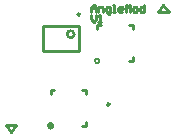
<source format=gto>
G04*
G04 #@! TF.GenerationSoftware,Altium Limited,Altium Designer,22.2.1 (43)*
G04*
G04 Layer_Color=65535*
%FSLAX44Y44*%
%MOMM*%
G71*
G04*
G04 #@! TF.SameCoordinates,55AAE711-CEB4-47FC-94B9-92884521197F*
G04*
G04*
G04 #@! TF.FilePolarity,Positive*
G04*
G01*
G75*
%ADD10C,0.2540*%
%ADD11C,0.2000*%
D10*
X65000Y105000D02*
G03*
X65000Y105000I-3000J0D01*
G01*
X70000Y122000D02*
G03*
X70000Y122000I-1000J0D01*
G01*
X95000Y45500D02*
G03*
X95000Y45500I-1000J0D01*
G01*
X47000Y27500D02*
G03*
X47000Y27500I-2000J0D01*
G01*
X7000Y28000D02*
X11500Y22000D01*
X16000Y28000D01*
X7000D02*
X16000D01*
X140500Y130000D02*
X145000Y124000D01*
X136000D02*
X140500Y130000D01*
X136000Y124000D02*
X145000D01*
X39000Y91000D02*
Y112000D01*
Y91000D02*
X69000D01*
X39000Y112000D02*
X69000D01*
Y91000D02*
Y112000D01*
X75000Y54500D02*
Y57500D01*
X72000D02*
X75000D01*
X72000Y27500D02*
X75000D01*
Y30500D01*
X45000Y57500D02*
X48000D01*
X45000Y54500D02*
Y57500D01*
X111500Y82500D02*
X114500D01*
Y85500D01*
Y109500D02*
Y112500D01*
X111500D02*
X114500D01*
X84500D02*
X87500D01*
X84500Y109500D02*
Y112500D01*
X79540Y121538D02*
Y117539D01*
X81539Y115540D01*
X83539Y117539D01*
Y121538D01*
X85538Y115540D02*
X87537D01*
X86538D01*
Y121538D01*
X85538Y120538D01*
X79540Y124039D02*
Y128038D01*
X81539Y130037D01*
X83539Y128038D01*
Y124039D01*
Y127038D01*
X79540D01*
X85538Y124039D02*
Y128038D01*
X88537D01*
X89537Y127038D01*
Y124039D01*
X93535Y122040D02*
X94535D01*
X95535Y123040D01*
Y128038D01*
X92536D01*
X91536Y127038D01*
Y125039D01*
X92536Y124039D01*
X95535D01*
X97534D02*
X99534D01*
X98534D01*
Y130037D01*
X97534D01*
X105532Y124039D02*
X103532D01*
X102533Y125039D01*
Y127038D01*
X103532Y128038D01*
X105532D01*
X106531Y127038D01*
Y126039D01*
X102533D01*
X108531Y124039D02*
Y130037D01*
X110530Y128038D01*
X112529Y130037D01*
Y124039D01*
X115528D02*
X117528D01*
X118527Y125039D01*
Y127038D01*
X117528Y128038D01*
X115528D01*
X114529Y127038D01*
Y125039D01*
X115528Y124039D01*
X124525Y130037D02*
Y124039D01*
X121526D01*
X120527Y125039D01*
Y127038D01*
X121526Y128038D01*
X124525D01*
D11*
X86500Y82500D02*
G03*
X86500Y82500I-2000J0D01*
G01*
M02*

</source>
